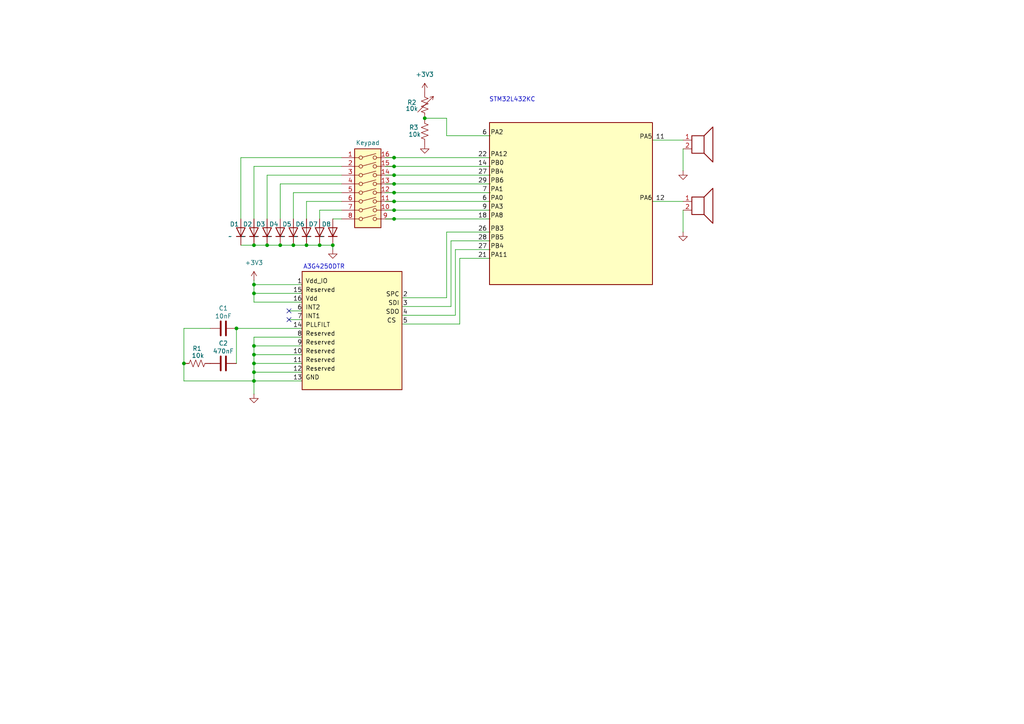
<source format=kicad_sch>
(kicad_sch (version 20231120) (generator "eeschema") (generator_version "8.0")
  (paper "A4")
  (lib_symbols
    (symbol "Device:C" (pin_numbers hide) (pin_names (offset 0.254))
      (property "Reference" "C" (at 0.635 2.54 0))
      (property "Value" "C" (at 0.635 -2.54 0))
      (symbol "C_0_1"
        (polyline (pts (xy -2.032 -0.762) (xy 2.032 -0.762)) (stroke (width 0.508)))
        (polyline (pts (xy -2.032 0.762) (xy 2.032 0.762)) (stroke (width 0.508)))
      )
      (symbol "C_1_1"
        (pin passive line (at 0 3.81 270) (length 2.794) (name "~") (number "1"))
        (pin passive line (at 0 -3.81 90) (length 2.794) (name "~") (number "2"))
      )
    )
    (symbol "Device:R_US" (pin_numbers hide) (pin_names (offset 0))
      (property "Reference" "R" (at 2.54 0 90))
      (property "Value" "R_US" (at -2.54 0 90))
      (symbol "R_US_0_1"
        (polyline (pts (xy 0 -2.286) (xy 0 -2.54)))
        (polyline (pts (xy 0 2.286) (xy 0 2.54)))
        (polyline (pts (xy 0 -0.762) (xy 1.016 -1.143) (xy 0 -1.524) (xy -1.016 -1.905) (xy 0 -2.286)))
        (polyline (pts (xy 0 0.762) (xy 1.016 0.381) (xy 0 0) (xy -1.016 -0.381) (xy 0 -0.762)))
        (polyline (pts (xy 0 2.286) (xy 1.016 1.905) (xy 0 1.524) (xy -1.016 1.143) (xy 0 0.762)))
      )
      (symbol "R_US_1_1"
        (pin passive line (at 0 3.81 270) (length 1.27) (name "~") (number "1"))
        (pin passive line (at 0 -3.81 90) (length 1.27) (name "~") (number "2"))
      )
    )
    (symbol "Device:R_Variable_US" (pin_numbers hide) (pin_names (offset 0))
      (property "Reference" "R" (at 2.54 -2.54 90))
      (property "Value" "R_Variable_US" (at -2.54 -1.27 90))
      (symbol "R_Variable_US_0_1"
        (polyline (pts (xy 0 -2.286) (xy 0 -2.54)))
        (polyline (pts (xy 0 2.286) (xy 0 2.54)))
        (polyline (pts (xy 0 -0.762) (xy 1.016 -1.143) (xy 0 -1.524) (xy -1.016 -1.905) (xy 0 -2.286)))
        (polyline (pts (xy 0 0.762) (xy 1.016 0.381) (xy 0 0) (xy -1.016 -0.381) (xy 0 -0.762)))
        (polyline (pts (xy 0 2.286) (xy 1.016 1.905) (xy 0 1.524) (xy -1.016 1.143) (xy 0 0.762)) (stroke (width 0.1524)))
        (polyline (pts (xy 2.286 1.524) (xy 2.54 2.54) (xy 1.524 2.286) (xy 2.54 2.54) (xy -2.032 -2.032)) (stroke (width 0.1524)))
      )
      (symbol "R_Variable_US_1_1"
        (pin passive line (at 0 3.81 270) (length 1.27) (name "~") (number "1"))
        (pin passive line (at 0 -3.81 90) (length 1.27) (name "~") (number "2"))
      )
    )
    (symbol "Device:Speaker" (pin_names (offset 0) hide)
      (property "Reference" "LS" (at 1.27 5.715 0))
      (property "Value" "Speaker" (at 1.27 3.81 0))
      (symbol "Speaker_0_0"
        (rectangle (start -2.54 1.27) (end 1.016 -3.81) (stroke (width 0.254)))
        (polyline (pts (xy 1.016 1.27) (xy 3.556 3.81) (xy 3.556 -6.35) (xy 1.016 -3.81)) (stroke (width 0.254)))
      )
      (symbol "Speaker_1_1"
        (pin input line (at -5.08 0 0) (length 2.54) (name "1") (number "1"))
        (pin input line (at -5.08 -2.54 0) (length 2.54) (name "2") (number "2"))
      )
    )
    (symbol "Diode:US2AA" (pin_numbers hide) (pin_names hide)
      (property "Reference" "D" (at 0 2.54 0))
      (property "Value" "US2AA" (at 0 -2.54 0))
      (symbol "US2AA_0_1"
        (polyline (pts (xy -1.27 1.27) (xy -1.27 -1.27)) (stroke (width 0.254)))
        (polyline (pts (xy 1.27 0) (xy -1.27 0)))
        (polyline (pts (xy 1.27 1.27) (xy 1.27 -1.27) (xy -1.27 0) (xy 1.27 1.27)) (stroke (width 0.254)))
      )
      (symbol "US2AA_1_1"
        (pin passive line (at -3.81 0 0) (length 2.54) (name "K") (number "1"))
        (pin passive line (at 3.81 0 180) (length 2.54) (name "A") (number "2"))
      )
    )
    (symbol "Switch:SW_DIP_x08" (pin_names (offset 0) hide)
      (property "Reference" "SW" (at 0 13.97 0))
      (property "Value" "SW_DIP_x08" (at 0 -11.43 0))
      (symbol "SW_DIP_x08_0_0"
        (circle (center -2.032 -7.62) (radius 0.508))
        (circle (center -2.032 -5.08) (radius 0.508))
        (circle (center -2.032 -2.54) (radius 0.508))
        (circle (center -2.032 0) (radius 0.508))
        (circle (center -2.032 2.54) (radius 0.508))
        (circle (center -2.032 5.08) (radius 0.508))
        (circle (center -2.032 7.62) (radius 0.508))
        (circle (center -2.032 10.16) (radius 0.508))
        (polyline (pts (xy -1.524 -7.4676) (xy 2.3622 -6.4262)))
        (polyline (pts (xy -1.524 -4.9276) (xy 2.3622 -3.8862)))
        (polyline (pts (xy -1.524 -2.3876) (xy 2.3622 -1.3462)))
        (polyline (pts (xy -1.524 0.127) (xy 2.3622 1.1684)))
        (polyline (pts (xy -1.524 2.667) (xy 2.3622 3.7084)))
        (polyline (pts (xy -1.524 5.207) (xy 2.3622 6.2484)))
        (polyline (pts (xy -1.524 7.747) (xy 2.3622 8.7884)))
        (polyline (pts (xy -1.524 10.287) (xy 2.3622 11.3284)))
        (circle (center 2.032 -7.62) (radius 0.508))
        (circle (center 2.032 -5.08) (radius 0.508))
        (circle (center 2.032 -2.54) (radius 0.508))
        (circle (center 2.032 0) (radius 0.508))
        (circle (center 2.032 2.54) (radius 0.508))
        (circle (center 2.032 5.08) (radius 0.508))
        (circle (center 2.032 7.62) (radius 0.508))
        (circle (center 2.032 10.16) (radius 0.508))
      )
      (symbol "SW_DIP_x08_0_1"
        (rectangle (start -3.81 12.7) (end 3.81 -10.16) (stroke (width 0.254)) (fill (type background)))
      )
      (symbol "SW_DIP_x08_1_1"
        (pin passive line (at -7.62 10.16 0) (length 5.08) (name "~") (number "1"))
        (pin passive line (at 7.62 -5.08 180) (length 5.08) (name "~") (number "10"))
        (pin passive line (at 7.62 -2.54 180) (length 5.08) (name "~") (number "11"))
        (pin passive line (at 7.62 0 180) (length 5.08) (name "~") (number "12"))
        (pin passive line (at 7.62 2.54 180) (length 5.08) (name "~") (number "13"))
        (pin passive line (at 7.62 5.08 180) (length 5.08) (name "~") (number "14"))
        (pin passive line (at 7.62 7.62 180) (length 5.08) (name "~") (number "15"))
        (pin passive line (at 7.62 10.16 180) (length 5.08) (name "~") (number "16"))
        (pin passive line (at -7.62 7.62 0) (length 5.08) (name "~") (number "2"))
        (pin passive line (at -7.62 5.08 0) (length 5.08) (name "~") (number "3"))
        (pin passive line (at -7.62 2.54 0) (length 5.08) (name "~") (number "4"))
        (pin passive line (at -7.62 0 0) (length 5.08) (name "~") (number "5"))
        (pin passive line (at -7.62 -2.54 0) (length 5.08) (name "~") (number "6"))
        (pin passive line (at -7.62 -5.08 0) (length 5.08) (name "~") (number "7"))
        (pin passive line (at -7.62 -7.62 0) (length 5.08) (name "~") (number "8"))
        (pin passive line (at 7.62 -7.62 180) (length 5.08) (name "~") (number "9"))
      )
    )
    (symbol "power:+3V3" (power) (pin_numbers hide) (pin_names (offset 0) hide)
      (property "Value" "+3V3" (at 0 3.556 0))
      (symbol "+3V3_0_1"
        (polyline (pts (xy -0.762 1.27) (xy 0 2.54)))
        (polyline (pts (xy 0 0) (xy 0 2.54)))
        (polyline (pts (xy 0 2.54) (xy 0.762 1.27)))
      )
      (symbol "+3V3_1_1"
        (pin power_in line (at 0 0 90) (length 0) (name "~") (number "1"))
      )
    )
    (symbol "power:GND" (power) (pin_numbers hide) (pin_names (offset 0) hide)
      (property "Value" "GND" (at 0 -3.81 0))
      (symbol "GND_0_1"
        (polyline (pts (xy 0 0) (xy 0 -1.27) (xy 1.27 -1.27) (xy 0 -2.54) (xy -1.27 -1.27) (xy 0 -1.27)))
      )
      (symbol "GND_1_1"
        (pin power_in line (at 0 0 270) (length 0) (name "~") (number "1"))
      )
    )
  )
  (junction (at 73.66 71.12))
  (junction (at 73.66 110.49))
  (junction (at 123.19 34.29))
  (junction (at 73.66 100.33))
  (junction (at 85.09 71.12))
  (junction (at 114.3 45.72))
  (junction (at 92.71 71.12))
  (junction (at 88.9 71.12))
  (junction (at 73.66 82.55))
  (junction (at 68.58 95.25))
  (junction (at 73.66 105.41))
  (junction (at 114.3 53.34))
  (junction (at 114.3 63.5))
  (junction (at 96.52 71.12))
  (junction (at 114.3 50.8))
  (junction (at 77.47 71.12))
  (junction (at 81.28 71.12))
  (junction (at 73.66 107.95))
  (junction (at 114.3 60.96))
  (junction (at 114.3 55.88))
  (junction (at 73.66 102.87))
  (junction (at 53.34 105.41))
  (junction (at 114.3 48.26))
  (junction (at 73.66 85.09))
  (junction (at 114.3 58.42))
  (no_connect (at 83.82 90.17))
  (no_connect (at 83.82 92.71))
  (wire (pts (xy 114.3 48.26) (xy 142.24 48.26)))
  (wire (pts (xy 73.66 81.28) (xy 73.66 82.55)))
  (wire (pts (xy 116.84 91.44) (xy 132.08 91.44)))
  (wire (pts (xy 87.63 102.87) (xy 73.66 102.87)))
  (wire (pts (xy 73.66 105.41) (xy 73.66 107.95)))
  (wire (pts (xy 114.3 45.72) (xy 142.24 45.72)))
  (wire (pts (xy 116.84 88.9) (xy 130.81 88.9)))
  (wire (pts (xy 73.66 110.49) (xy 73.66 114.3)))
  (wire (pts (xy 53.34 105.41) (xy 53.34 95.25)))
  (wire (pts (xy 111.76 45.72) (xy 114.3 45.72)))
  (wire (pts (xy 53.34 95.25) (xy 60.96 95.25)))
  (wire (pts (xy 114.3 60.96) (xy 142.24 60.96)))
  (wire (pts (xy 114.3 58.42) (xy 142.24 58.42)))
  (wire (pts (xy 129.54 86.36) (xy 129.54 67.31)))
  (wire (pts (xy 116.84 93.98) (xy 133.35 93.98)))
  (wire (pts (xy 73.66 48.26) (xy 73.66 63.5)))
  (wire (pts (xy 87.63 85.09) (xy 73.66 85.09)))
  (wire (pts (xy 132.08 72.39) (xy 142.24 72.39)))
  (wire (pts (xy 96.52 72.39) (xy 96.52 71.12)) (stroke (width 0) (color 0 72 0 1)))
  (wire (pts (xy 69.85 45.72) (xy 69.85 63.5)))
  (wire (pts (xy 198.12 60.96) (xy 198.12 67.31)))
  (wire (pts (xy 73.66 102.87) (xy 73.66 105.41)))
  (wire (pts (xy 87.63 82.55) (xy 73.66 82.55)))
  (wire (pts (xy 189.23 58.42) (xy 198.12 58.42)))
  (wire (pts (xy 99.06 53.34) (xy 81.28 53.34)))
  (wire (pts (xy 73.66 82.55) (xy 73.66 85.09)))
  (wire (pts (xy 111.76 63.5) (xy 114.3 63.5)))
  (wire (pts (xy 130.81 69.85) (xy 142.24 69.85)))
  (wire (pts (xy 111.76 58.42) (xy 114.3 58.42)))
  (wire (pts (xy 87.63 90.17) (xy 83.82 90.17)))
  (wire (pts (xy 87.63 110.49) (xy 73.66 110.49)))
  (wire (pts (xy 111.76 50.8) (xy 114.3 50.8)))
  (wire (pts (xy 99.06 48.26) (xy 73.66 48.26)))
  (wire (pts (xy 114.3 55.88) (xy 142.24 55.88)))
  (wire (pts (xy 92.71 60.96) (xy 92.71 63.5)))
  (wire (pts (xy 88.9 71.12) (xy 85.09 71.12)))
  (wire (pts (xy 133.35 74.93) (xy 142.24 74.93)))
  (wire (pts (xy 77.47 50.8) (xy 77.47 63.5)))
  (wire (pts (xy 133.35 93.98) (xy 133.35 74.93)))
  (wire (pts (xy 87.63 87.63) (xy 73.66 87.63)))
  (wire (pts (xy 111.76 60.96) (xy 114.3 60.96)))
  (wire (pts (xy 87.63 105.41) (xy 73.66 105.41)))
  (wire (pts (xy 116.84 86.36) (xy 129.54 86.36)))
  (wire (pts (xy 77.47 71.12) (xy 73.66 71.12)))
  (wire (pts (xy 73.66 71.12) (xy 69.85 71.12)))
  (wire (pts (xy 87.63 92.71) (xy 83.82 92.71)))
  (wire (pts (xy 99.06 58.42) (xy 88.9 58.42)))
  (wire (pts (xy 88.9 58.42) (xy 88.9 63.5)))
  (wire (pts (xy 129.54 39.37) (xy 142.24 39.37)))
  (wire (pts (xy 123.19 34.29) (xy 129.54 34.29)))
  (wire (pts (xy 73.66 107.95) (xy 73.66 110.49)))
  (wire (pts (xy 87.63 100.33) (xy 73.66 100.33)))
  (wire (pts (xy 129.54 67.31) (xy 142.24 67.31)))
  (wire (pts (xy 87.63 107.95) (xy 73.66 107.95)))
  (wire (pts (xy 92.71 71.12) (xy 88.9 71.12)))
  (wire (pts (xy 111.76 55.88) (xy 114.3 55.88)))
  (wire (pts (xy 68.58 95.25) (xy 87.63 95.25)))
  (wire (pts (xy 53.34 110.49) (xy 73.66 110.49)))
  (wire (pts (xy 53.34 105.41) (xy 53.34 110.49)))
  (wire (pts (xy 111.76 48.26) (xy 114.3 48.26)))
  (wire (pts (xy 99.06 55.88) (xy 85.09 55.88)))
  (wire (pts (xy 87.63 97.79) (xy 73.66 97.79)))
  (wire (pts (xy 99.06 50.8) (xy 77.47 50.8)))
  (wire (pts (xy 111.76 53.34) (xy 114.3 53.34)))
  (wire (pts (xy 73.66 97.79) (xy 73.66 100.33)))
  (wire (pts (xy 81.28 71.12) (xy 77.47 71.12)))
  (wire (pts (xy 73.66 100.33) (xy 73.66 102.87)))
  (wire (pts (xy 85.09 71.12) (xy 81.28 71.12)))
  (wire (pts (xy 99.06 60.96) (xy 92.71 60.96)))
  (wire (pts (xy 96.52 63.5) (xy 99.06 63.5)))
  (wire (pts (xy 189.23 40.64) (xy 198.12 40.64)))
  (wire (pts (xy 68.58 95.25) (xy 68.58 105.41)))
  (wire (pts (xy 114.3 63.5) (xy 142.24 63.5)))
  (wire (pts (xy 129.54 34.29) (xy 129.54 39.37)))
  (wire (pts (xy 114.3 53.34) (xy 142.24 53.34)))
  (wire (pts (xy 81.28 53.34) (xy 81.28 63.5)))
  (wire (pts (xy 85.09 55.88) (xy 85.09 63.5)))
  (wire (pts (xy 132.08 91.44) (xy 132.08 72.39)))
  (wire (pts (xy 96.52 71.12) (xy 92.71 71.12)))
  (wire (pts (xy 73.66 85.09) (xy 73.66 87.63)))
  (wire (pts (xy 130.81 88.9) (xy 130.81 69.85)))
  (wire (pts (xy 99.06 45.72) (xy 69.85 45.72)))
  (wire (pts (xy 198.12 43.18) (xy 198.12 49.53)))
  (wire (pts (xy 114.3 50.8) (xy 142.24 50.8)))
  (rectangle (start 87.63 78.74) (end 116.586 113.03) (stroke (width 0.254) (color 132 0 0 1)) (fill (type color) (color 255 255 194 1)))
  (rectangle (start 141.986 35.56) (end 189.23 82.55) (stroke (width 0.254) (color 132 0 0 1)) (fill (type color) (color 255 255 194 1)))
  (text "A3G4250DTR" (at 93.98 77.47 0) (effects (font (size 1.27 1.27))))
  (text "STM32L432KC" (at 148.59 28.956 0) (effects (font (size 1.27 1.27))))
  (label "27 " (at 142.24 50.8 180))
  (label "PA8" (at 142.24 63.5 0))
  (label "6" (at 87.63 90.17 180))
  (label " PLLFILT" (at 87.63 95.25 0))
  (label " 11" (at 189.23 40.64 0))
  (label "21 " (at 142.24 74.93 180))
  (label "PB0" (at 142.24 48.26 0))
  (label " GND" (at 87.63 110.49 0))
  (label "18 " (at 142.24 63.5 180))
  (label "PA5" (at 189.23 40.64 180))
  (label "12" (at 87.63 107.95 180))
  (label "5" (at 116.84 93.98 0))
  (label "PA12" (at 142.24 45.72 0))
  (label "9 " (at 142.24 60.96 180))
  (label " Vdd_IO" (at 87.63 82.55 0))
  (label "16" (at 87.63 87.63 180))
  (label "SPC " (at 116.84 86.36 180))
  (label "PA6" (at 189.23 58.42 180))
  (label "PA11" (at 142.24 74.93 0))
  (label " INT2" (at 87.63 90.17 0))
  (label "11" (at 87.63 105.41 180))
  (label "14 " (at 142.24 48.26 180))
  (label " 12" (at 189.23 58.42 0))
  (label "6 " (at 142.24 39.37 180))
  (label " Reserved" (at 87.63 102.87 0))
  (label "7 " (at 142.24 55.88 180))
  (label "PA0" (at 142.24 58.42 0))
  (label "PA3" (at 142.24 60.96 0))
  (label " Reserved" (at 87.63 100.33 0))
  (label "4" (at 116.84 91.44 0))
  (label "SDO " (at 116.84 91.44 180))
  (label "PA2" (at 142.24 39.37 0))
  (label "8" (at 87.63 97.79 180))
  (label "1" (at 87.63 82.55 180))
  (label "6 " (at 142.24 58.42 180))
  (label "13" (at 87.63 110.49 180))
  (label "9" (at 87.63 100.33 180))
  (label "7" (at 87.63 92.71 180))
  (label "15" (at 87.63 85.09 180))
  (label "3" (at 116.84 88.9 0))
  (label " Reserved" (at 87.63 97.79 0))
  (label "22 " (at 142.24 45.72 180))
  (label " INT1" (at 87.63 92.71 0))
  (label "14" (at 87.63 95.25 180))
  (label " Vdd" (at 87.63 87.63 0))
  (label "PB6" (at 142.24 53.34 0))
  (label "CS  " (at 116.84 93.98 180))
  (label "PB4" (at 142.24 72.39 0))
  (label "PB4" (at 142.24 50.8 0))
  (label "2" (at 116.84 86.36 0))
  (label "10" (at 87.63 102.87 180))
  (label " Reserved" (at 87.63 105.41 0))
  (label "29 " (at 142.24 53.34 180))
  (label "28 " (at 142.24 69.85 180))
  (label "26 " (at 142.24 67.31 180))
  (label " Reserved" (at 87.63 107.95 0))
  (label "27 " (at 142.24 72.39 180))
  (label " Reserved" (at 87.63 85.09 0))
  (label "PA1" (at 142.24 55.88 0))
  (label "PB5" (at 142.24 69.85 0))
  (label "PB3" (at 142.24 67.31 0))
  (label "SDI " (at 116.84 88.9 180))
  (symbol (lib_id "Diode:US2AA") (at 85.09 67.31 90) (unit 1)
    (property "Reference" "D5" (at 84.582 65.024 90) (effects (justify left)))
    (property "Value" "~" (at 82.55 68.58 90) (effects (justify left)))
    (property "Footprint" "Diode_SMD:D_SMA" (effects (hide yes)))
    (property "Datasheet" "https://www.onsemi.com/pub/Collateral/US2AA-D.PDF" (effects (hide yes)))
    (property "Description" "50V, 1.5A, General Purpose Rectifier Diode, SMA(DO-214AC)" (effects (hide yes)))
    (property "Sim.Device" "D" (effects (hide yes)))
    (property "Sim.Pins" "1=K 2=A" (effects (hide yes)))
  )
  (symbol (lib_id "Device:C") (at 64.77 95.25 270) (unit 1)
    (property "Reference" "C1" (at 64.77 89.408 90))
    (property "Value" "10nF" (at 64.77 91.694 90))
    (property "Description" "Unpolarized capacitor" (effects (hide yes)))
  )
  (symbol (lib_id "Device:Speaker") (at 203.2 58.42 0) (unit 1)
    (property "Reference" "LS2" (effects (hide yes)))
    (property "Value" "Speaker" (effects (hide yes)))
    (property "Description" "Speaker" (effects (hide yes)))
  )
  (symbol (lib_id "Device:R_US") (at 57.15 105.41 270) (unit 1)
    (property "Reference" "R1" (at 57.15 101.092 90))
    (property "Value" "10k" (at 57.404 103.124 90))
    (property "Description" "Resistor, US symbol" (effects (hide yes)))
  )
  (symbol (lib_id "power:GND") (at 198.12 49.53 0) (mirror y) (unit 1)
    (property "Reference" "#PWR01" (effects (hide yes)))
    (property "Value" "GND" (effects (hide yes)))
    (property "Description" "Power symbol creates a global label with name \"GND\" , ground" (effects (hide yes)))
  )
  (symbol (lib_id "power:GND") (at 73.66 114.3 0) (mirror y) (unit 1)
    (property "Reference" "#PWR03" (effects (hide yes)))
    (property "Value" "GND" (effects (hide yes)))
    (property "Description" "Power symbol creates a global label with name \"GND\" , ground" (effects (hide yes)))
  )
  (symbol (lib_id "Diode:US2AA") (at 88.9 67.31 90) (unit 1)
    (property "Reference" "D6" (at 88.392 65.024 90) (effects (justify left)))
    (property "Value" "~" (at 86.36 68.58 90) (effects (justify left)))
    (property "Footprint" "Diode_SMD:D_SMA" (effects (hide yes)))
    (property "Datasheet" "https://www.onsemi.com/pub/Collateral/US2AA-D.PDF" (effects (hide yes)))
    (property "Description" "50V, 1.5A, General Purpose Rectifier Diode, SMA(DO-214AC)" (effects (hide yes)))
    (property "Sim.Device" "D" (effects (hide yes)))
    (property "Sim.Pins" "1=K 2=A" (effects (hide yes)))
  )
  (symbol (lib_id "Switch:SW_DIP_x08") (at 106.68 55.88 0) (unit 1)
    (property "Reference" "Keypad" (at 106.68 41.402 0))
    (property "Value" "SW_DIP_x08" (effects (hide yes)))
    (property "Description" "8x DIP Switch, Single Pole Single Throw (SPST) switch, small symbol" (effects (hide yes)))
  )
  (symbol (lib_id "Diode:US2AA") (at 96.52 67.31 90) (unit 1)
    (property "Reference" "D8" (at 96.012 65.024 90) (effects (justify left)))
    (property "Value" "~" (at 93.98 68.58 90) (effects (justify left)))
    (property "Footprint" "Diode_SMD:D_SMA" (effects (hide yes)))
    (property "Datasheet" "https://www.onsemi.com/pub/Collateral/US2AA-D.PDF" (effects (hide yes)))
    (property "Description" "50V, 1.5A, General Purpose Rectifier Diode, SMA(DO-214AC)" (effects (hide yes)))
    (property "Sim.Device" "D" (effects (hide yes)))
    (property "Sim.Pins" "1=K 2=A" (effects (hide yes)))
  )
  (symbol (lib_id "Diode:US2AA") (at 73.66 67.31 90) (unit 1)
    (property "Reference" "D2" (at 73.152 65.024 90) (effects (justify left)))
    (property "Value" "~" (at 71.12 68.58 90) (effects (justify left)))
    (property "Footprint" "Diode_SMD:D_SMA" (effects (hide yes)))
    (property "Datasheet" "https://www.onsemi.com/pub/Collateral/US2AA-D.PDF" (effects (hide yes)))
    (property "Description" "50V, 1.5A, General Purpose Rectifier Diode, SMA(DO-214AC)" (effects (hide yes)))
    (property "Sim.Device" "D" (effects (hide yes)))
    (property "Sim.Pins" "1=K 2=A" (effects (hide yes)))
  )
  (symbol (lib_id "power:GND") (at 123.19 41.91 0) (mirror y) (unit 1)
    (property "Reference" "#PWR07" (effects (hide yes)))
    (property "Value" "GND" (effects (hide yes)))
    (property "Description" "Power symbol creates a global label with name \"GND\" , ground" (effects (hide yes)))
  )
  (symbol (lib_id "Device:C") (at 64.77 105.41 270) (unit 1)
    (property "Reference" "C2" (at 64.77 99.568 90))
    (property "Value" "470nF" (at 64.77 101.854 90))
    (property "Description" "Unpolarized capacitor" (effects (hide yes)))
  )
  (symbol (lib_id "Device:R_Variable_US") (at 123.19 30.48 0) (unit 1)
    (property "Reference" "R2" (at 118.11 29.718 0) (effects (justify left)))
    (property "Value" "10k" (at 117.602 31.496 0) (effects (justify left)))
    (property "Description" "Variable resistor, US symbol" (effects (hide yes)))
  )
  (symbol (lib_id "Device:Speaker") (at 203.2 40.64 0) (unit 1)
    (property "Reference" "LS1" (effects (hide yes)))
    (property "Value" "Speaker" (effects (hide yes)))
    (property "Description" "Speaker" (effects (hide yes)))
  )
  (symbol (lib_id "Device:R_US") (at 123.19 38.1 0) (unit 1)
    (property "Reference" "R3" (at 120.015 36.957 0))
    (property "Value" "10k" (at 120.269 38.989 0))
    (property "Description" "Resistor, US symbol" (effects (hide yes)))
  )
  (symbol (lib_id "power:GND") (at 96.52 72.39 0) (mirror y) (unit 1)
    (property "Reference" "#PWR02" (effects (hide yes)))
    (property "Value" "GND" (effects (hide yes)))
    (property "Description" "Power symbol creates a global label with name \"GND\" , ground" (effects (hide yes)))
  )
  (symbol (lib_id "Diode:US2AA") (at 92.71 67.31 90) (unit 1)
    (property "Reference" "D7" (at 92.202 65.024 90) (effects (justify left)))
    (property "Value" "~" (at 90.17 68.58 90) (effects (justify left)))
    (property "Footprint" "Diode_SMD:D_SMA" (effects (hide yes)))
    (property "Datasheet" "https://www.onsemi.com/pub/Collateral/US2AA-D.PDF" (effects (hide yes)))
    (property "Description" "50V, 1.5A, General Purpose Rectifier Diode, SMA(DO-214AC)" (effects (hide yes)))
    (property "Sim.Device" "D" (effects (hide yes)))
    (property "Sim.Pins" "1=K 2=A" (effects (hide yes)))
  )
  (symbol (lib_id "Diode:US2AA") (at 69.85 67.31 90) (unit 1)
    (property "Reference" "D1" (at 69.342 65.024 90) (effects (justify left)))
    (property "Value" "~" (at 67.31 68.58 90) (effects (justify left)))
    (property "Footprint" "Diode_SMD:D_SMA" (effects (hide yes)))
    (property "Datasheet" "https://www.onsemi.com/pub/Collateral/US2AA-D.PDF" (effects (hide yes)))
    (property "Description" "50V, 1.5A, General Purpose Rectifier Diode, SMA(DO-214AC)" (effects (hide yes)))
    (property "Sim.Device" "D" (effects (hide yes)))
    (property "Sim.Pins" "1=K 2=A" (effects (hide yes)))
  )
  (symbol (lib_id "power:+3V3") (at 123.19 26.67 0) (unit 1)
    (property "Reference" "#PWR06" (effects (hide yes)))
    (property "Value" "+3V3" (at 123.19 21.59 0))
    (property "Description" "Power symbol creates a global label with name \"+3V3\"" (effects (hide yes)))
  )
  (symbol (lib_id "Diode:US2AA") (at 77.47 67.31 90) (unit 1)
    (property "Reference" "D3" (at 76.962 65.024 90) (effects (justify left)))
    (property "Value" "~" (at 74.93 68.58 90) (effects (justify left)))
    (property "Footprint" "Diode_SMD:D_SMA" (effects (hide yes)))
    (property "Datasheet" "https://www.onsemi.com/pub/Collateral/US2AA-D.PDF" (effects (hide yes)))
    (property "Description" "50V, 1.5A, General Purpose Rectifier Diode, SMA(DO-214AC)" (effects (hide yes)))
    (property "Sim.Device" "D" (effects (hide yes)))
    (property "Sim.Pins" "1=K 2=A" (effects (hide yes)))
  )
  (symbol (lib_id "Diode:US2AA") (at 81.28 67.31 90) (unit 1)
    (property "Reference" "D4" (at 80.772 65.024 90) (effects (justify left)))
    (property "Value" "~" (at 78.74 68.58 90) (effects (justify left)))
    (property "Footprint" "Diode_SMD:D_SMA" (effects (hide yes)))
    (property "Datasheet" "https://www.onsemi.com/pub/Collateral/US2AA-D.PDF" (effects (hide yes)))
    (property "Description" "50V, 1.5A, General Purpose Rectifier Diode, SMA(DO-214AC)" (effects (hide yes)))
    (property "Sim.Device" "D" (effects (hide yes)))
    (property "Sim.Pins" "1=K 2=A" (effects (hide yes)))
  )
  (symbol (lib_id "power:+3V3") (at 73.66 81.28 0) (unit 1)
    (property "Reference" "#PWR04" (effects (hide yes)))
    (property "Value" "+3V3" (at 73.66 76.2 0))
    (property "Description" "Power symbol creates a global label with name \"+3V3\"" (effects (hide yes)))
  )
  (symbol (lib_id "power:GND") (at 198.12 67.31 0) (mirror y) (unit 1)
    (property "Reference" "#PWR05" (effects (hide yes)))
    (property "Value" "GND" (effects (hide yes)))
    (property "Description" "Power symbol creates a global label with name \"GND\" , ground" (effects (hide yes)))
  )
)
</source>
